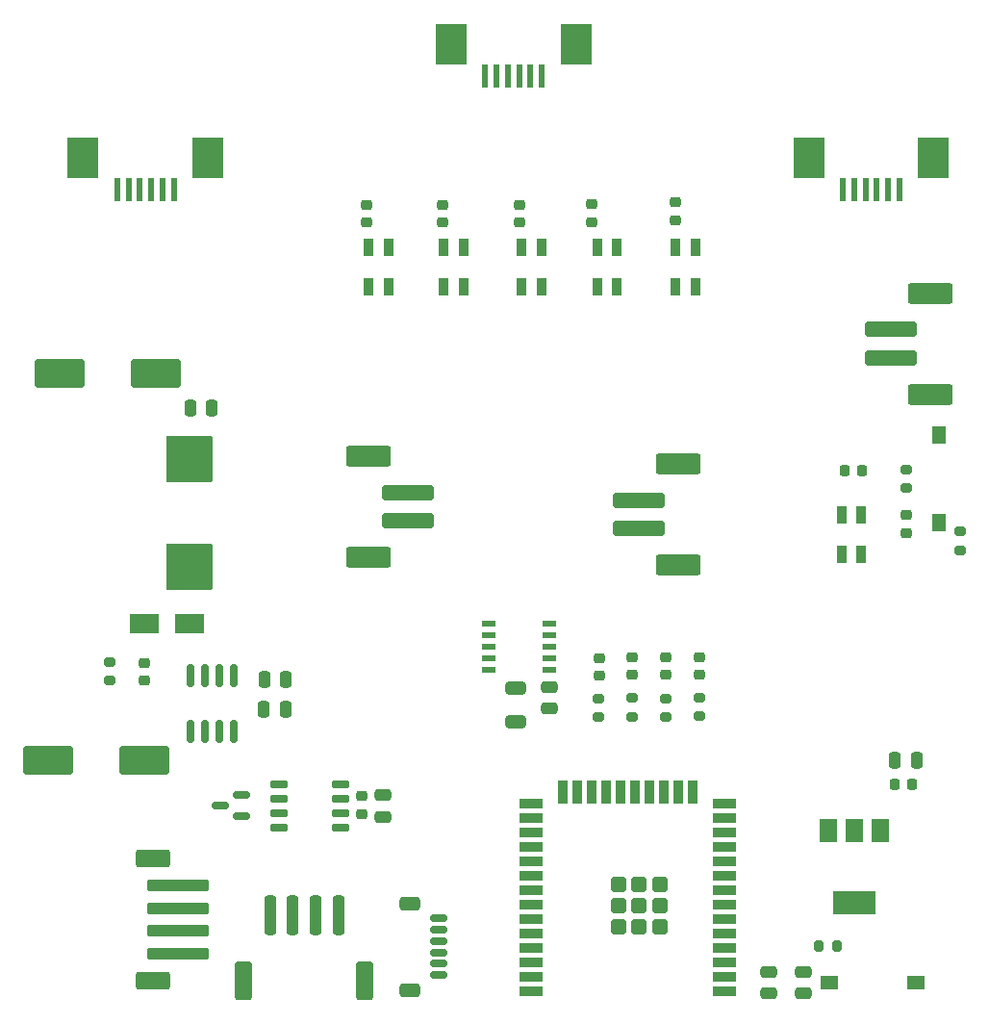
<source format=gbr>
G04 #@! TF.GenerationSoftware,KiCad,Pcbnew,(6.0.5)*
G04 #@! TF.CreationDate,2022-06-24T16:52:39-05:00*
G04 #@! TF.ProjectId,robo_car,726f626f-5f63-4617-922e-6b696361645f,1.0P*
G04 #@! TF.SameCoordinates,Original*
G04 #@! TF.FileFunction,Paste,Top*
G04 #@! TF.FilePolarity,Positive*
%FSLAX46Y46*%
G04 Gerber Fmt 4.6, Leading zero omitted, Abs format (unit mm)*
G04 Created by KiCad (PCBNEW (6.0.5)) date 2022-06-24 16:52:39*
%MOMM*%
%LPD*%
G01*
G04 APERTURE LIST*
G04 Aperture macros list*
%AMRoundRect*
0 Rectangle with rounded corners*
0 $1 Rounding radius*
0 $2 $3 $4 $5 $6 $7 $8 $9 X,Y pos of 4 corners*
0 Add a 4 corners polygon primitive as box body*
4,1,4,$2,$3,$4,$5,$6,$7,$8,$9,$2,$3,0*
0 Add four circle primitives for the rounded corners*
1,1,$1+$1,$2,$3*
1,1,$1+$1,$4,$5*
1,1,$1+$1,$6,$7*
1,1,$1+$1,$8,$9*
0 Add four rect primitives between the rounded corners*
20,1,$1+$1,$2,$3,$4,$5,0*
20,1,$1+$1,$4,$5,$6,$7,0*
20,1,$1+$1,$6,$7,$8,$9,0*
20,1,$1+$1,$8,$9,$2,$3,0*%
G04 Aperture macros list end*
%ADD10RoundRect,0.200000X0.275000X-0.200000X0.275000X0.200000X-0.275000X0.200000X-0.275000X-0.200000X0*%
%ADD11RoundRect,0.225000X-0.250000X0.225000X-0.250000X-0.225000X0.250000X-0.225000X0.250000X0.225000X0*%
%ADD12RoundRect,0.250000X-0.250000X-0.475000X0.250000X-0.475000X0.250000X0.475000X-0.250000X0.475000X0*%
%ADD13RoundRect,0.218750X0.256250X-0.218750X0.256250X0.218750X-0.256250X0.218750X-0.256250X-0.218750X0*%
%ADD14RoundRect,0.218750X-0.256250X0.218750X-0.256250X-0.218750X0.256250X-0.218750X0.256250X0.218750X0*%
%ADD15R,0.850000X1.600000*%
%ADD16RoundRect,0.225000X0.225000X0.250000X-0.225000X0.250000X-0.225000X-0.250000X0.225000X-0.250000X0*%
%ADD17RoundRect,0.250000X1.950000X1.000000X-1.950000X1.000000X-1.950000X-1.000000X1.950000X-1.000000X0*%
%ADD18RoundRect,0.090000X0.685000X-0.210000X0.685000X0.210000X-0.685000X0.210000X-0.685000X-0.210000X0*%
%ADD19R,1.200000X1.500000*%
%ADD20R,2.500000X1.800000*%
%ADD21RoundRect,0.200000X-0.275000X0.200000X-0.275000X-0.200000X0.275000X-0.200000X0.275000X0.200000X0*%
%ADD22RoundRect,0.130000X-2.120000X0.520000X-2.120000X-0.520000X2.120000X-0.520000X2.120000X0.520000X0*%
%ADD23RoundRect,0.180000X-1.770000X0.720000X-1.770000X-0.720000X1.770000X-0.720000X1.770000X0.720000X0*%
%ADD24RoundRect,0.130000X2.120000X-0.520000X2.120000X0.520000X-2.120000X0.520000X-2.120000X-0.520000X0*%
%ADD25RoundRect,0.180000X1.770000X-0.720000X1.770000X0.720000X-1.770000X0.720000X-1.770000X-0.720000X0*%
%ADD26R,2.000000X0.900000*%
%ADD27R,0.900000X2.000000*%
%ADD28RoundRect,0.130000X0.520000X0.520000X-0.520000X0.520000X-0.520000X-0.520000X0.520000X-0.520000X0*%
%ADD29RoundRect,0.150000X0.625000X-0.150000X0.625000X0.150000X-0.625000X0.150000X-0.625000X-0.150000X0*%
%ADD30RoundRect,0.250000X0.650000X-0.350000X0.650000X0.350000X-0.650000X0.350000X-0.650000X-0.350000X0*%
%ADD31R,0.610000X2.000000*%
%ADD32R,2.680000X3.600000*%
%ADD33R,1.500000X2.000000*%
%ADD34R,3.800000X2.000000*%
%ADD35RoundRect,0.250000X2.500000X-0.250000X2.500000X0.250000X-2.500000X0.250000X-2.500000X-0.250000X0*%
%ADD36RoundRect,0.250000X1.250000X-0.550000X1.250000X0.550000X-1.250000X0.550000X-1.250000X-0.550000X0*%
%ADD37RoundRect,0.250000X-0.475000X0.250000X-0.475000X-0.250000X0.475000X-0.250000X0.475000X0.250000X0*%
%ADD38R,1.180000X0.580000*%
%ADD39RoundRect,0.225000X0.250000X-0.225000X0.250000X0.225000X-0.250000X0.225000X-0.250000X-0.225000X0*%
%ADD40R,1.500000X1.200000*%
%ADD41RoundRect,0.250000X-0.250000X-1.500000X0.250000X-1.500000X0.250000X1.500000X-0.250000X1.500000X0*%
%ADD42RoundRect,0.250001X-0.499999X-1.449999X0.499999X-1.449999X0.499999X1.449999X-0.499999X1.449999X0*%
%ADD43RoundRect,0.250000X-0.650000X0.325000X-0.650000X-0.325000X0.650000X-0.325000X0.650000X0.325000X0*%
%ADD44RoundRect,0.205000X-1.845000X1.845000X-1.845000X-1.845000X1.845000X-1.845000X1.845000X1.845000X0*%
%ADD45RoundRect,0.225000X-0.225000X-0.250000X0.225000X-0.250000X0.225000X0.250000X-0.225000X0.250000X0*%
%ADD46RoundRect,0.200000X0.200000X0.275000X-0.200000X0.275000X-0.200000X-0.275000X0.200000X-0.275000X0*%
%ADD47RoundRect,0.150000X0.587500X0.150000X-0.587500X0.150000X-0.587500X-0.150000X0.587500X-0.150000X0*%
%ADD48RoundRect,0.150000X-0.150000X0.825000X-0.150000X-0.825000X0.150000X-0.825000X0.150000X0.825000X0*%
G04 APERTURE END LIST*
D10*
X115000000Y-121000000D03*
X115000000Y-119350000D03*
D11*
X157364648Y-79089648D03*
X157364648Y-80639648D03*
D12*
X128597500Y-120895000D03*
X130497500Y-120895000D03*
D13*
X163910000Y-120488500D03*
X163910000Y-118913500D03*
D12*
X122050000Y-97000000D03*
X123950000Y-97000000D03*
D10*
X163910000Y-124201500D03*
X163910000Y-122551500D03*
D14*
X118000000Y-119425000D03*
X118000000Y-121000000D03*
D12*
X184100000Y-128000000D03*
X186000000Y-128000000D03*
D15*
X157889648Y-86364648D03*
X159639648Y-86364648D03*
X159639648Y-82864648D03*
X157889648Y-82864648D03*
D16*
X185625000Y-130150000D03*
X184075000Y-130150000D03*
D15*
X179389000Y-109873000D03*
X181139000Y-109873000D03*
X181139000Y-106373000D03*
X179389000Y-106373000D03*
D17*
X119000000Y-94000000D03*
X110600000Y-94000000D03*
D18*
X135258000Y-133936000D03*
X135258000Y-132666000D03*
X135258000Y-131396000D03*
X135258000Y-130126000D03*
X129858000Y-130126000D03*
X129858000Y-131396000D03*
X129858000Y-132666000D03*
X129858000Y-133936000D03*
D19*
X188000000Y-107100000D03*
X188000000Y-99400000D03*
D13*
X160910000Y-120488500D03*
X160910000Y-118913500D03*
D20*
X122000000Y-116000000D03*
X118000000Y-116000000D03*
D21*
X185040000Y-102402500D03*
X185040000Y-104052500D03*
D22*
X141250000Y-106950000D03*
X141250000Y-104450000D03*
D23*
X137750000Y-101250000D03*
X137750000Y-110150000D03*
D15*
X151229648Y-86364648D03*
X152979648Y-86364648D03*
X152979648Y-82864648D03*
X151229648Y-82864648D03*
D24*
X183700000Y-90100000D03*
X183700000Y-92600000D03*
D25*
X187200000Y-86900000D03*
X187200000Y-95800000D03*
D13*
X158052000Y-120581500D03*
X158052000Y-119006500D03*
D26*
X169080000Y-148295000D03*
X169080000Y-147025000D03*
X169080000Y-145755000D03*
X169080000Y-144485000D03*
X169080000Y-143215000D03*
X169080000Y-141945000D03*
X169080000Y-140675000D03*
X169080000Y-139405000D03*
X169080000Y-138135000D03*
X169080000Y-136865000D03*
X169080000Y-135595000D03*
X169080000Y-134325000D03*
X169080000Y-133055000D03*
X169080000Y-131785000D03*
D27*
X166295000Y-130785000D03*
X165025000Y-130785000D03*
X163755000Y-130785000D03*
X162485000Y-130785000D03*
X161215000Y-130785000D03*
X159945000Y-130785000D03*
X158675000Y-130785000D03*
X157405000Y-130785000D03*
X156135000Y-130785000D03*
X154865000Y-130785000D03*
D26*
X152080000Y-131785000D03*
X152080000Y-133055000D03*
X152080000Y-134325000D03*
X152080000Y-135595000D03*
X152080000Y-136865000D03*
X152080000Y-138135000D03*
X152080000Y-139405000D03*
X152080000Y-140675000D03*
X152080000Y-141945000D03*
X152080000Y-143215000D03*
X152080000Y-144485000D03*
X152080000Y-145755000D03*
X152080000Y-147025000D03*
X152080000Y-148295000D03*
D28*
X159760000Y-140790000D03*
X163420000Y-140790000D03*
X159750000Y-138960000D03*
X163410000Y-142640000D03*
X161540000Y-140790000D03*
X163410000Y-138960000D03*
X159750000Y-142640000D03*
X161530000Y-138960000D03*
X161530000Y-142640000D03*
D29*
X143955000Y-146900000D03*
X143955000Y-145900000D03*
X143955000Y-144900000D03*
X143955000Y-143900000D03*
X143955000Y-142900000D03*
X143955000Y-141900000D03*
D30*
X141430000Y-140600000D03*
X141430000Y-148200000D03*
D31*
X153010000Y-67800000D03*
X152010000Y-67800000D03*
X151010000Y-67800000D03*
X150010000Y-67800000D03*
X149010000Y-67800000D03*
X148010000Y-67800000D03*
D32*
X145020000Y-65000000D03*
X156000000Y-65000000D03*
D15*
X164764648Y-86364648D03*
X166514648Y-86364648D03*
X166514648Y-82864648D03*
X164764648Y-82864648D03*
D33*
X182800000Y-134200000D03*
D34*
X180500000Y-140500000D03*
D33*
X180500000Y-134200000D03*
X178200000Y-134200000D03*
D15*
X144389648Y-86364648D03*
X146139648Y-86364648D03*
X146139648Y-82864648D03*
X144389648Y-82864648D03*
D35*
X121000000Y-145000000D03*
X121000000Y-143000000D03*
X121000000Y-141000000D03*
X121000000Y-139000000D03*
D36*
X118750000Y-136600000D03*
X118750000Y-147400000D03*
D11*
X144264648Y-79139648D03*
X144264648Y-80689648D03*
D10*
X160910000Y-124176500D03*
X160910000Y-122526500D03*
D37*
X173000000Y-146600000D03*
X173000000Y-148500000D03*
D38*
X153660000Y-120000000D03*
X153660000Y-119000000D03*
X153660000Y-118000000D03*
X153660000Y-117000000D03*
X153660000Y-116000000D03*
X148340000Y-116000000D03*
X148340000Y-117000000D03*
X148340000Y-118000000D03*
X148340000Y-119000000D03*
X148340000Y-120000000D03*
D39*
X137128000Y-132716000D03*
X137128000Y-131166000D03*
D17*
X118000000Y-128000000D03*
X109600000Y-128000000D03*
D11*
X151004648Y-79139648D03*
X151004648Y-80689648D03*
D40*
X178268000Y-147574000D03*
X185968000Y-147574000D03*
D41*
X129096000Y-141598000D03*
X131096000Y-141598000D03*
X133096000Y-141598000D03*
X135096000Y-141598000D03*
D42*
X126746000Y-147348000D03*
X137446000Y-147348000D03*
D12*
X128550000Y-123500000D03*
X130450000Y-123500000D03*
D10*
X166910000Y-124116500D03*
X166910000Y-122466500D03*
D43*
X150700000Y-121670000D03*
X150700000Y-124620000D03*
D44*
X122000000Y-101500000D03*
X122000000Y-111000000D03*
D31*
X184490000Y-77800000D03*
X183490000Y-77800000D03*
X182490000Y-77800000D03*
X181490000Y-77800000D03*
X180490000Y-77800000D03*
X179490000Y-77800000D03*
D32*
X176500000Y-75000000D03*
X187480000Y-75000000D03*
D31*
X120630000Y-77780000D03*
X119630000Y-77780000D03*
X118630000Y-77780000D03*
X117630000Y-77780000D03*
X116630000Y-77780000D03*
X115630000Y-77780000D03*
D32*
X123620000Y-74980000D03*
X112640000Y-74980000D03*
D21*
X189850000Y-107875000D03*
X189850000Y-109525000D03*
D37*
X139000000Y-131050000D03*
X139000000Y-132950000D03*
X153700000Y-121550000D03*
X153700000Y-123450000D03*
D45*
X179639000Y-102533000D03*
X181189000Y-102533000D03*
D14*
X185040000Y-106402500D03*
X185040000Y-107977500D03*
D24*
X161550000Y-105100000D03*
X161550000Y-107600000D03*
D25*
X165050000Y-101900000D03*
X165050000Y-110800000D03*
D46*
X179000000Y-144300000D03*
X177350000Y-144300000D03*
D13*
X166910000Y-120488500D03*
X166910000Y-118913500D03*
D11*
X164760000Y-78925000D03*
X164760000Y-80475000D03*
D39*
X137589648Y-80689648D03*
X137589648Y-79139648D03*
D47*
X126558000Y-132931000D03*
X126558000Y-131031000D03*
X124683000Y-131981000D03*
D10*
X157962000Y-124201500D03*
X157962000Y-122551500D03*
D48*
X125905000Y-120525000D03*
X124635000Y-120525000D03*
X123365000Y-120525000D03*
X122095000Y-120525000D03*
X122095000Y-125475000D03*
X123365000Y-125475000D03*
X124635000Y-125475000D03*
X125905000Y-125475000D03*
D15*
X137764648Y-86364648D03*
X139514648Y-86364648D03*
X139514648Y-82864648D03*
X137764648Y-82864648D03*
D37*
X176000000Y-146600000D03*
X176000000Y-148500000D03*
M02*

</source>
